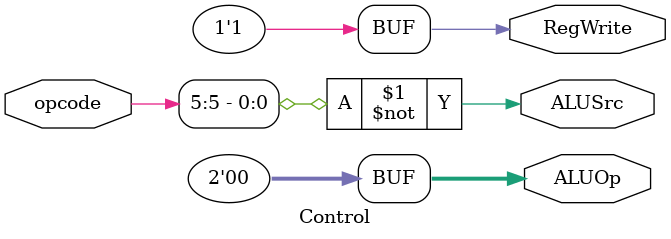
<source format=v>
module Control
(
    opcode,
    ALUOp,
    ALUSrc,
    RegWrite,
);

// Interface
input [6:0] opcode;

output [1:0] ALUOp;
output ALUSrc;
output RegWrite;

// Spec:
// Only 0b'0110011 (R-type) or 0b'0010011 (I-type) is expected to be used in this lab.
//
// ALUOp: not specified
// ALUSrc is determined by opcode[5].
// RegWrite is always 1.

// Implementation
assign ALUOp = 0;
assign ALUSrc = ~opcode[5];
assign RegWrite = 1;

endmodule

</source>
